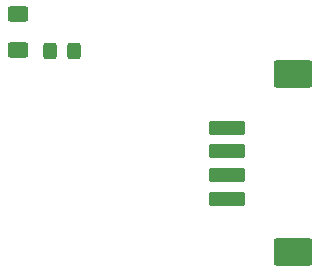
<source format=gbr>
%TF.GenerationSoftware,KiCad,Pcbnew,8.0.1*%
%TF.CreationDate,2024-07-13T23:12:29+02:00*%
%TF.ProjectId,SignalsPort,5369676e-616c-4735-906f-72742e6b6963,rev?*%
%TF.SameCoordinates,Original*%
%TF.FileFunction,Paste,Top*%
%TF.FilePolarity,Positive*%
%FSLAX46Y46*%
G04 Gerber Fmt 4.6, Leading zero omitted, Abs format (unit mm)*
G04 Created by KiCad (PCBNEW 8.0.1) date 2024-07-13 23:12:29*
%MOMM*%
%LPD*%
G01*
G04 APERTURE LIST*
G04 Aperture macros list*
%AMRoundRect*
0 Rectangle with rounded corners*
0 $1 Rounding radius*
0 $2 $3 $4 $5 $6 $7 $8 $9 X,Y pos of 4 corners*
0 Add a 4 corners polygon primitive as box body*
4,1,4,$2,$3,$4,$5,$6,$7,$8,$9,$2,$3,0*
0 Add four circle primitives for the rounded corners*
1,1,$1+$1,$2,$3*
1,1,$1+$1,$4,$5*
1,1,$1+$1,$6,$7*
1,1,$1+$1,$8,$9*
0 Add four rect primitives between the rounded corners*
20,1,$1+$1,$2,$3,$4,$5,0*
20,1,$1+$1,$4,$5,$6,$7,0*
20,1,$1+$1,$6,$7,$8,$9,0*
20,1,$1+$1,$8,$9,$2,$3,0*%
G04 Aperture macros list end*
%ADD10RoundRect,0.250000X1.300000X-0.350000X1.300000X0.350000X-1.300000X0.350000X-1.300000X-0.350000X0*%
%ADD11RoundRect,0.250001X1.399999X-0.899999X1.399999X0.899999X-1.399999X0.899999X-1.399999X-0.899999X0*%
%ADD12RoundRect,0.250000X0.325000X0.450000X-0.325000X0.450000X-0.325000X-0.450000X0.325000X-0.450000X0*%
%ADD13RoundRect,0.250000X0.625000X-0.400000X0.625000X0.400000X-0.625000X0.400000X-0.625000X-0.400000X0*%
G04 APERTURE END LIST*
D10*
%TO.C,J3*%
X145900000Y-109000000D03*
X145900000Y-107000000D03*
X145900000Y-105000000D03*
X145900000Y-103000000D03*
D11*
X151500000Y-113520000D03*
X151500000Y-98480000D03*
%TD*%
D12*
%TO.C,D1*%
X132925000Y-96500000D03*
X130875000Y-96500000D03*
%TD*%
D13*
%TO.C,R1*%
X128200000Y-96450000D03*
X128200000Y-93350000D03*
%TD*%
M02*

</source>
